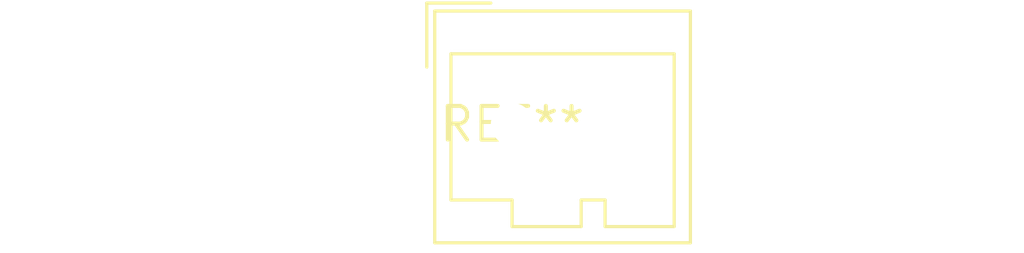
<source format=kicad_pcb>
(kicad_pcb (version 20240108) (generator pcbnew)
  (layers (0 "F.Cu" signal) (31 "B.Cu" signal) (34 "B.Paste" user) (35 "F.Paste" user) (36 "B.SilkS" user "B.Silkscreen") (37 "F.SilkS" user "F.Silkscreen") (38 "B.Mask" user) (39 "F.Mask" user) (44 "Edge.Cuts" user))
  (net 0 "")
  (footprint "Wago_734-132_1x02_P3.50mm_Vertical" (layer "F.Cu") (at 0 0)
    (property "Reference" "REF**")
    (property "Value" "Wago_734-132_1x02_P3.50mm_Vertical")
    (fp_line (start -3.21 -4.56) (end -0.8 -4.56) (layer "F.SilkS") (stroke (width 0.12)))
    (fp_line (start -3.21 -2.15) (end -3.21 -4.56) (layer "F.SilkS") (stroke (width 0.12)))
    (fp_line (start -2.91 -4.26) (end -2.91 4.46) (layer "F.SilkS") (stroke (width 0.12)))
    (fp_line (start -2.91 4.46) (end 6.71 4.46) (layer "F.SilkS") (stroke (width 0.12)))
    (fp_line (start -2.3 -2.65) (end -2.3 2.85) (layer "F.SilkS") (stroke (width 0.12)))
    (fp_line (start -2.3 2.85) (end 0 2.85) (layer "F.SilkS") (stroke (width 0.12)))
    (fp_line (start 0 2.85) (end 0 3.85) (layer "F.SilkS") (stroke (width 0.12)))
    (fp_line (start 0 3.85) (end 2.6 3.85) (layer "F.SilkS") (stroke (width 0.12)))
    (fp_line (start 2.6 2.85) (end 3.5 2.85) (layer "F.SilkS") (stroke (width 0.12)))
    (fp_line (start 2.6 3.85) (end 2.6 2.85) (layer "F.SilkS") (stroke (width 0.12)))
    (fp_line (start 3.5 2.85) (end 3.5 3.85) (layer "F.SilkS") (stroke (width 0.12)))
    (fp_line (start 3.5 3.85) (end 6.1 3.85) (layer "F.SilkS") (stroke (width 0.12)))
    (fp_line (start 6.1 -2.65) (end -2.3 -2.65) (layer "F.SilkS") (stroke (width 0.12)))
    (fp_line (start 6.1 3.85) (end 6.1 -2.65) (layer "F.SilkS") (stroke (width 0.12)))
    (fp_line (start 6.71 -4.26) (end -2.91 -4.26) (layer "F.SilkS") (stroke (width 0.12)))
    (fp_line (start 6.71 4.46) (end 6.71 -4.26) (layer "F.SilkS") (stroke (width 0.12)))
    (pad "1" thru_hole roundrect (at 0 0) (size 2 2.6) (drill 1.6) (layers *.Cu *.Mask) (remove_unused_layers) (roundrect_rratio 0.125))
    (pad "2" thru_hole oval (at 3.5 0) (size 2 2.6) (drill 1.6) (layers *.Cu *.Mask) (remove_unused_layers))
  )
)
</source>
